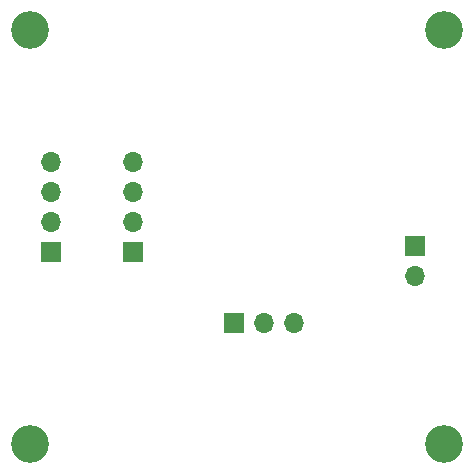
<source format=gbr>
G04 #@! TF.FileFunction,Soldermask,Bot*
%FSLAX46Y46*%
G04 Gerber Fmt 4.6, Leading zero omitted, Abs format (unit mm)*
G04 Created by KiCad (PCBNEW 4.0.7-e2-6376~60~ubuntu17.10.1) date Wed Nov 22 12:07:43 2017*
%MOMM*%
%LPD*%
G01*
G04 APERTURE LIST*
%ADD10C,0.100000*%
%ADD11C,3.200000*%
%ADD12R,1.700000X1.700000*%
%ADD13O,1.700000X1.700000*%
G04 APERTURE END LIST*
D10*
D11*
X96000000Y-95000000D03*
X96000000Y-130000000D03*
X131000000Y-130000000D03*
X131000000Y-95000000D03*
D12*
X128600000Y-113260000D03*
D13*
X128600000Y-115800000D03*
D12*
X104700000Y-113780000D03*
D13*
X104700000Y-111240000D03*
X104700000Y-108700000D03*
X104700000Y-106160000D03*
D12*
X113215163Y-119768751D03*
D13*
X115755163Y-119768751D03*
X118295163Y-119768751D03*
D12*
X97785464Y-113784414D03*
D13*
X97785464Y-111244414D03*
X97785464Y-108704414D03*
X97785464Y-106164414D03*
M02*

</source>
